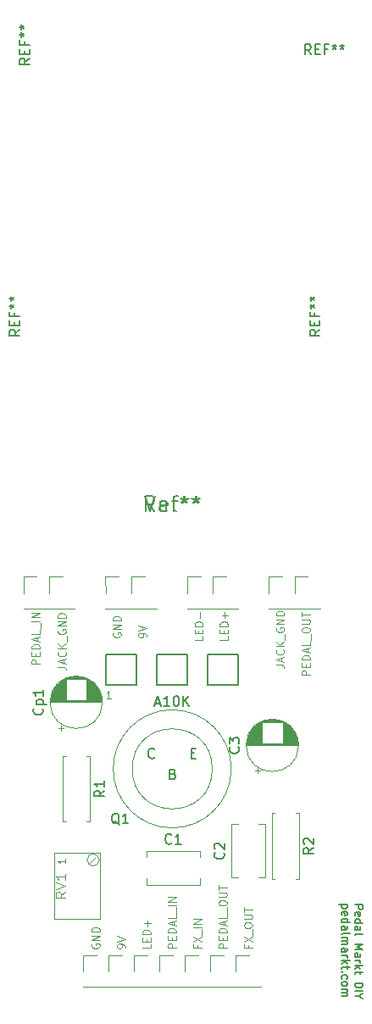
<source format=gbr>
G04 #@! TF.GenerationSoftware,KiCad,Pcbnew,(5.1.5-0-10_14)*
G04 #@! TF.CreationDate,2021-09-14T17:31:05+02:00*
G04 #@! TF.ProjectId,npnium,6e706e69-756d-42e6-9b69-6361645f7063,rev?*
G04 #@! TF.SameCoordinates,Original*
G04 #@! TF.FileFunction,Legend,Top*
G04 #@! TF.FilePolarity,Positive*
%FSLAX46Y46*%
G04 Gerber Fmt 4.6, Leading zero omitted, Abs format (unit mm)*
G04 Created by KiCad (PCBNEW (5.1.5-0-10_14)) date 2021-09-14 17:31:05*
%MOMM*%
%LPD*%
G04 APERTURE LIST*
%ADD10C,0.130000*%
%ADD11C,0.120000*%
%ADD12C,0.127000*%
%ADD13C,0.100000*%
%ADD14C,0.150000*%
%ADD15C,0.097536*%
%ADD16C,0.065024*%
G04 APERTURE END LIST*
D10*
X117471428Y-101874976D02*
X116671428Y-101874976D01*
X117433333Y-101874976D02*
X117471428Y-101951166D01*
X117471428Y-102103547D01*
X117433333Y-102179738D01*
X117395238Y-102217833D01*
X117319047Y-102255928D01*
X117090476Y-102255928D01*
X117014285Y-102217833D01*
X116976190Y-102179738D01*
X116938095Y-102103547D01*
X116938095Y-101951166D01*
X116976190Y-101874976D01*
X116976190Y-102903547D02*
X116938095Y-102827357D01*
X116938095Y-102674976D01*
X116976190Y-102598785D01*
X117052380Y-102560690D01*
X117357142Y-102560690D01*
X117433333Y-102598785D01*
X117471428Y-102674976D01*
X117471428Y-102827357D01*
X117433333Y-102903547D01*
X117357142Y-102941642D01*
X117280952Y-102941642D01*
X117204761Y-102560690D01*
X116938095Y-103627357D02*
X117738095Y-103627357D01*
X116976190Y-103627357D02*
X116938095Y-103551166D01*
X116938095Y-103398785D01*
X116976190Y-103322595D01*
X117014285Y-103284500D01*
X117090476Y-103246404D01*
X117319047Y-103246404D01*
X117395238Y-103284500D01*
X117433333Y-103322595D01*
X117471428Y-103398785D01*
X117471428Y-103551166D01*
X117433333Y-103627357D01*
X116938095Y-104351166D02*
X117357142Y-104351166D01*
X117433333Y-104313071D01*
X117471428Y-104236880D01*
X117471428Y-104084500D01*
X117433333Y-104008309D01*
X116976190Y-104351166D02*
X116938095Y-104274976D01*
X116938095Y-104084500D01*
X116976190Y-104008309D01*
X117052380Y-103970214D01*
X117128571Y-103970214D01*
X117204761Y-104008309D01*
X117242857Y-104084500D01*
X117242857Y-104274976D01*
X117280952Y-104351166D01*
X116938095Y-104846404D02*
X116976190Y-104770214D01*
X117052380Y-104732119D01*
X117738095Y-104732119D01*
X116938095Y-105151166D02*
X117471428Y-105151166D01*
X117395238Y-105151166D02*
X117433333Y-105189261D01*
X117471428Y-105265452D01*
X117471428Y-105379738D01*
X117433333Y-105455928D01*
X117357142Y-105494023D01*
X116938095Y-105494023D01*
X117357142Y-105494023D02*
X117433333Y-105532119D01*
X117471428Y-105608309D01*
X117471428Y-105722595D01*
X117433333Y-105798785D01*
X117357142Y-105836880D01*
X116938095Y-105836880D01*
X116938095Y-106560690D02*
X117357142Y-106560690D01*
X117433333Y-106522595D01*
X117471428Y-106446404D01*
X117471428Y-106294023D01*
X117433333Y-106217833D01*
X116976190Y-106560690D02*
X116938095Y-106484500D01*
X116938095Y-106294023D01*
X116976190Y-106217833D01*
X117052380Y-106179738D01*
X117128571Y-106179738D01*
X117204761Y-106217833D01*
X117242857Y-106294023D01*
X117242857Y-106484500D01*
X117280952Y-106560690D01*
X116938095Y-106941642D02*
X117471428Y-106941642D01*
X117319047Y-106941642D02*
X117395238Y-106979738D01*
X117433333Y-107017833D01*
X117471428Y-107094023D01*
X117471428Y-107170214D01*
X116938095Y-107436880D02*
X117738095Y-107436880D01*
X117242857Y-107513071D02*
X116938095Y-107741642D01*
X117471428Y-107741642D02*
X117166666Y-107436880D01*
X117471428Y-107970214D02*
X117471428Y-108274976D01*
X117738095Y-108084500D02*
X117052380Y-108084500D01*
X116976190Y-108122595D01*
X116938095Y-108198785D01*
X116938095Y-108274976D01*
X117014285Y-108541642D02*
X116976190Y-108579738D01*
X116938095Y-108541642D01*
X116976190Y-108503547D01*
X117014285Y-108541642D01*
X116938095Y-108541642D01*
X116976190Y-109265452D02*
X116938095Y-109189261D01*
X116938095Y-109036880D01*
X116976190Y-108960690D01*
X117014285Y-108922595D01*
X117090476Y-108884500D01*
X117319047Y-108884500D01*
X117395238Y-108922595D01*
X117433333Y-108960690D01*
X117471428Y-109036880D01*
X117471428Y-109189261D01*
X117433333Y-109265452D01*
X116938095Y-109722595D02*
X116976190Y-109646404D01*
X117014285Y-109608309D01*
X117090476Y-109570214D01*
X117319047Y-109570214D01*
X117395238Y-109608309D01*
X117433333Y-109646404D01*
X117471428Y-109722595D01*
X117471428Y-109836880D01*
X117433333Y-109913071D01*
X117395238Y-109951166D01*
X117319047Y-109989261D01*
X117090476Y-109989261D01*
X117014285Y-109951166D01*
X116976190Y-109913071D01*
X116938095Y-109836880D01*
X116938095Y-109722595D01*
X116938095Y-110332119D02*
X117471428Y-110332119D01*
X117395238Y-110332119D02*
X117433333Y-110370214D01*
X117471428Y-110446404D01*
X117471428Y-110560690D01*
X117433333Y-110636880D01*
X117357142Y-110674976D01*
X116938095Y-110674976D01*
X117357142Y-110674976D02*
X117433333Y-110713071D01*
X117471428Y-110789261D01*
X117471428Y-110903547D01*
X117433333Y-110979738D01*
X117357142Y-111017833D01*
X116938095Y-111017833D01*
X118238095Y-101874976D02*
X119038095Y-101874976D01*
X119038095Y-102179738D01*
X119000000Y-102255928D01*
X118961904Y-102294023D01*
X118885714Y-102332119D01*
X118771428Y-102332119D01*
X118695238Y-102294023D01*
X118657142Y-102255928D01*
X118619047Y-102179738D01*
X118619047Y-101874976D01*
X118276190Y-102979738D02*
X118238095Y-102903547D01*
X118238095Y-102751166D01*
X118276190Y-102674976D01*
X118352380Y-102636880D01*
X118657142Y-102636880D01*
X118733333Y-102674976D01*
X118771428Y-102751166D01*
X118771428Y-102903547D01*
X118733333Y-102979738D01*
X118657142Y-103017833D01*
X118580952Y-103017833D01*
X118504761Y-102636880D01*
X118238095Y-103703547D02*
X119038095Y-103703547D01*
X118276190Y-103703547D02*
X118238095Y-103627357D01*
X118238095Y-103474976D01*
X118276190Y-103398785D01*
X118314285Y-103360690D01*
X118390476Y-103322595D01*
X118619047Y-103322595D01*
X118695238Y-103360690D01*
X118733333Y-103398785D01*
X118771428Y-103474976D01*
X118771428Y-103627357D01*
X118733333Y-103703547D01*
X118238095Y-104427357D02*
X118657142Y-104427357D01*
X118733333Y-104389261D01*
X118771428Y-104313071D01*
X118771428Y-104160690D01*
X118733333Y-104084500D01*
X118276190Y-104427357D02*
X118238095Y-104351166D01*
X118238095Y-104160690D01*
X118276190Y-104084500D01*
X118352380Y-104046404D01*
X118428571Y-104046404D01*
X118504761Y-104084500D01*
X118542857Y-104160690D01*
X118542857Y-104351166D01*
X118580952Y-104427357D01*
X118238095Y-104922595D02*
X118276190Y-104846404D01*
X118352380Y-104808309D01*
X119038095Y-104808309D01*
X118238095Y-105836880D02*
X119038095Y-105836880D01*
X118466666Y-106103547D01*
X119038095Y-106370214D01*
X118238095Y-106370214D01*
X118238095Y-107094023D02*
X118657142Y-107094023D01*
X118733333Y-107055928D01*
X118771428Y-106979738D01*
X118771428Y-106827357D01*
X118733333Y-106751166D01*
X118276190Y-107094023D02*
X118238095Y-107017833D01*
X118238095Y-106827357D01*
X118276190Y-106751166D01*
X118352380Y-106713071D01*
X118428571Y-106713071D01*
X118504761Y-106751166D01*
X118542857Y-106827357D01*
X118542857Y-107017833D01*
X118580952Y-107094023D01*
X118238095Y-107474976D02*
X118771428Y-107474976D01*
X118619047Y-107474976D02*
X118695238Y-107513071D01*
X118733333Y-107551166D01*
X118771428Y-107627357D01*
X118771428Y-107703547D01*
X118238095Y-107970214D02*
X119038095Y-107970214D01*
X118542857Y-108046404D02*
X118238095Y-108274976D01*
X118771428Y-108274976D02*
X118466666Y-107970214D01*
X118771428Y-108503547D02*
X118771428Y-108808309D01*
X119038095Y-108617833D02*
X118352380Y-108617833D01*
X118276190Y-108655928D01*
X118238095Y-108732119D01*
X118238095Y-108808309D01*
X118238095Y-109684500D02*
X119038095Y-109684500D01*
X119038095Y-109874976D01*
X119000000Y-109989261D01*
X118923809Y-110065452D01*
X118847619Y-110103547D01*
X118695238Y-110141642D01*
X118580952Y-110141642D01*
X118428571Y-110103547D01*
X118352380Y-110065452D01*
X118276190Y-109989261D01*
X118238095Y-109874976D01*
X118238095Y-109684500D01*
X118238095Y-110484500D02*
X119038095Y-110484500D01*
X118619047Y-111017833D02*
X118238095Y-111017833D01*
X119038095Y-110751166D02*
X118619047Y-111017833D01*
X119038095Y-111284500D01*
D11*
X95900000Y-69110000D02*
X97230000Y-69110000D01*
X95903500Y-70763500D02*
X95900000Y-69110000D01*
X95890000Y-72276500D02*
X98430000Y-72280000D01*
X93330000Y-69110000D02*
X94660000Y-69110000D01*
X93333500Y-70763500D02*
X93330000Y-69110000D01*
X93320000Y-72276500D02*
X95860000Y-72280000D01*
D12*
X93396000Y-76876000D02*
X93396000Y-79924000D01*
X96444000Y-76876000D02*
X93396000Y-76876000D01*
X96444000Y-79924000D02*
X96444000Y-76876000D01*
X98476000Y-76876000D02*
X98476000Y-79924000D01*
X101524000Y-76876000D02*
X98476000Y-76876000D01*
X101524000Y-79924000D02*
X101524000Y-76876000D01*
X103556000Y-76876000D02*
X103556000Y-79924000D01*
X106604000Y-76876000D02*
X103556000Y-76876000D01*
X106604000Y-79924000D02*
X106604000Y-76876000D01*
X96444000Y-79924000D02*
X93396000Y-79924000D01*
X101524000Y-79924000D02*
X98476000Y-79924000D01*
X106604000Y-79924000D02*
X103556000Y-79924000D01*
D13*
X88200000Y-103320000D02*
X92800000Y-103320000D01*
X92800000Y-96680000D02*
X92800000Y-103320000D01*
X88200000Y-96680000D02*
X92800000Y-96680000D01*
X88200000Y-103320000D02*
X88200000Y-96680000D01*
X92700000Y-97400000D02*
G75*
G03X92700000Y-97400000I-600000J0D01*
G01*
X91800000Y-97700000D02*
X92400000Y-97100000D01*
D11*
X109930000Y-99280000D02*
X110260000Y-99280000D01*
X109930000Y-92740000D02*
X109930000Y-99280000D01*
X110260000Y-92740000D02*
X109930000Y-92740000D01*
X112670000Y-99280000D02*
X112340000Y-99280000D01*
X112670000Y-92740000D02*
X112670000Y-99280000D01*
X112340000Y-92740000D02*
X112670000Y-92740000D01*
X89030000Y-93580000D02*
X89360000Y-93580000D01*
X89030000Y-87040000D02*
X89030000Y-93580000D01*
X89360000Y-87040000D02*
X89030000Y-87040000D01*
X91770000Y-93580000D02*
X91440000Y-93580000D01*
X91770000Y-87040000D02*
X91770000Y-93580000D01*
X91440000Y-87040000D02*
X91770000Y-87040000D01*
X105900000Y-88300000D02*
G75*
G03X105900000Y-88300000I-5900000J0D01*
G01*
X104000000Y-88300000D02*
G75*
G03X104000000Y-88300000I-4000000J0D01*
G01*
X106350000Y-106910000D02*
X107680000Y-106910000D01*
X106340000Y-110076500D02*
X108880000Y-110080000D01*
X106353500Y-108563500D02*
X106350000Y-106910000D01*
X103800000Y-110076500D02*
X106340000Y-110080000D01*
X103813500Y-108563500D02*
X103810000Y-106910000D01*
X103810000Y-106910000D02*
X105140000Y-106910000D01*
X101273500Y-108563500D02*
X101270000Y-106910000D01*
X101270000Y-106910000D02*
X102600000Y-106910000D01*
X101260000Y-110076500D02*
X103800000Y-110080000D01*
X91110000Y-106910000D02*
X92440000Y-106910000D01*
X91113500Y-108563500D02*
X91110000Y-106910000D01*
X91100000Y-110076500D02*
X93640000Y-110080000D01*
X93650000Y-106910000D02*
X94980000Y-106910000D01*
X93653500Y-108563500D02*
X93650000Y-106910000D01*
X93640000Y-110076500D02*
X96180000Y-110080000D01*
X96190000Y-106910000D02*
X97520000Y-106910000D01*
X96193500Y-108563500D02*
X96190000Y-106910000D01*
X96180000Y-110076500D02*
X98720000Y-110080000D01*
X98730000Y-106910000D02*
X100060000Y-106910000D01*
X98733500Y-108563500D02*
X98730000Y-106910000D01*
X98720000Y-110076500D02*
X101260000Y-110080000D01*
X104030000Y-69110000D02*
X105360000Y-69110000D01*
X104033500Y-70763500D02*
X104030000Y-69110000D01*
X104020000Y-72276500D02*
X106560000Y-72280000D01*
X112230000Y-69110000D02*
X113560000Y-69110000D01*
X112233500Y-70763500D02*
X112230000Y-69110000D01*
X112220000Y-72276500D02*
X114760000Y-72280000D01*
X85130000Y-69110000D02*
X86460000Y-69110000D01*
X85133500Y-70763500D02*
X85130000Y-69110000D01*
X85120000Y-72276500D02*
X87660000Y-72280000D01*
X101530000Y-69110000D02*
X102860000Y-69110000D01*
X101533500Y-70763500D02*
X101530000Y-69110000D01*
X101520000Y-72276500D02*
X104060000Y-72280000D01*
X109630000Y-69110000D02*
X110960000Y-69110000D01*
X109633500Y-70763500D02*
X109630000Y-69110000D01*
X109620000Y-72276500D02*
X112160000Y-72280000D01*
X87730000Y-69110000D02*
X89060000Y-69110000D01*
X87733500Y-70763500D02*
X87730000Y-69110000D01*
X87720000Y-72276500D02*
X90260000Y-72280000D01*
X88675000Y-84204775D02*
X89175000Y-84204775D01*
X88925000Y-84454775D02*
X88925000Y-83954775D01*
X90116000Y-79049000D02*
X90684000Y-79049000D01*
X89882000Y-79089000D02*
X90918000Y-79089000D01*
X89723000Y-79129000D02*
X91077000Y-79129000D01*
X89595000Y-79169000D02*
X91205000Y-79169000D01*
X89485000Y-79209000D02*
X91315000Y-79209000D01*
X89389000Y-79249000D02*
X91411000Y-79249000D01*
X89302000Y-79289000D02*
X91498000Y-79289000D01*
X89222000Y-79329000D02*
X91578000Y-79329000D01*
X91440000Y-79369000D02*
X91651000Y-79369000D01*
X89149000Y-79369000D02*
X89360000Y-79369000D01*
X91440000Y-79409000D02*
X91719000Y-79409000D01*
X89081000Y-79409000D02*
X89360000Y-79409000D01*
X91440000Y-79449000D02*
X91783000Y-79449000D01*
X89017000Y-79449000D02*
X89360000Y-79449000D01*
X91440000Y-79489000D02*
X91843000Y-79489000D01*
X88957000Y-79489000D02*
X89360000Y-79489000D01*
X91440000Y-79529000D02*
X91900000Y-79529000D01*
X88900000Y-79529000D02*
X89360000Y-79529000D01*
X91440000Y-79569000D02*
X91954000Y-79569000D01*
X88846000Y-79569000D02*
X89360000Y-79569000D01*
X91440000Y-79609000D02*
X92005000Y-79609000D01*
X88795000Y-79609000D02*
X89360000Y-79609000D01*
X91440000Y-79649000D02*
X92053000Y-79649000D01*
X88747000Y-79649000D02*
X89360000Y-79649000D01*
X91440000Y-79689000D02*
X92099000Y-79689000D01*
X88701000Y-79689000D02*
X89360000Y-79689000D01*
X91440000Y-79729000D02*
X92143000Y-79729000D01*
X88657000Y-79729000D02*
X89360000Y-79729000D01*
X91440000Y-79769000D02*
X92185000Y-79769000D01*
X88615000Y-79769000D02*
X89360000Y-79769000D01*
X91440000Y-79809000D02*
X92226000Y-79809000D01*
X88574000Y-79809000D02*
X89360000Y-79809000D01*
X91440000Y-79849000D02*
X92264000Y-79849000D01*
X88536000Y-79849000D02*
X89360000Y-79849000D01*
X91440000Y-79889000D02*
X92301000Y-79889000D01*
X88499000Y-79889000D02*
X89360000Y-79889000D01*
X91440000Y-79929000D02*
X92337000Y-79929000D01*
X88463000Y-79929000D02*
X89360000Y-79929000D01*
X91440000Y-79969000D02*
X92371000Y-79969000D01*
X88429000Y-79969000D02*
X89360000Y-79969000D01*
X91440000Y-80009000D02*
X92404000Y-80009000D01*
X88396000Y-80009000D02*
X89360000Y-80009000D01*
X91440000Y-80049000D02*
X92435000Y-80049000D01*
X88365000Y-80049000D02*
X89360000Y-80049000D01*
X91440000Y-80089000D02*
X92465000Y-80089000D01*
X88335000Y-80089000D02*
X89360000Y-80089000D01*
X91440000Y-80129000D02*
X92495000Y-80129000D01*
X88305000Y-80129000D02*
X89360000Y-80129000D01*
X91440000Y-80169000D02*
X92522000Y-80169000D01*
X88278000Y-80169000D02*
X89360000Y-80169000D01*
X91440000Y-80209000D02*
X92549000Y-80209000D01*
X88251000Y-80209000D02*
X89360000Y-80209000D01*
X91440000Y-80249000D02*
X92575000Y-80249000D01*
X88225000Y-80249000D02*
X89360000Y-80249000D01*
X91440000Y-80289000D02*
X92600000Y-80289000D01*
X88200000Y-80289000D02*
X89360000Y-80289000D01*
X91440000Y-80329000D02*
X92624000Y-80329000D01*
X88176000Y-80329000D02*
X89360000Y-80329000D01*
X91440000Y-80369000D02*
X92647000Y-80369000D01*
X88153000Y-80369000D02*
X89360000Y-80369000D01*
X91440000Y-80409000D02*
X92668000Y-80409000D01*
X88132000Y-80409000D02*
X89360000Y-80409000D01*
X91440000Y-80449000D02*
X92690000Y-80449000D01*
X88110000Y-80449000D02*
X89360000Y-80449000D01*
X91440000Y-80489000D02*
X92710000Y-80489000D01*
X88090000Y-80489000D02*
X89360000Y-80489000D01*
X91440000Y-80529000D02*
X92729000Y-80529000D01*
X88071000Y-80529000D02*
X89360000Y-80529000D01*
X91440000Y-80569000D02*
X92748000Y-80569000D01*
X88052000Y-80569000D02*
X89360000Y-80569000D01*
X91440000Y-80609000D02*
X92765000Y-80609000D01*
X88035000Y-80609000D02*
X89360000Y-80609000D01*
X91440000Y-80649000D02*
X92782000Y-80649000D01*
X88018000Y-80649000D02*
X89360000Y-80649000D01*
X91440000Y-80689000D02*
X92798000Y-80689000D01*
X88002000Y-80689000D02*
X89360000Y-80689000D01*
X91440000Y-80729000D02*
X92814000Y-80729000D01*
X87986000Y-80729000D02*
X89360000Y-80729000D01*
X91440000Y-80769000D02*
X92828000Y-80769000D01*
X87972000Y-80769000D02*
X89360000Y-80769000D01*
X91440000Y-80809000D02*
X92842000Y-80809000D01*
X87958000Y-80809000D02*
X89360000Y-80809000D01*
X91440000Y-80849000D02*
X92855000Y-80849000D01*
X87945000Y-80849000D02*
X89360000Y-80849000D01*
X91440000Y-80889000D02*
X92868000Y-80889000D01*
X87932000Y-80889000D02*
X89360000Y-80889000D01*
X91440000Y-80929000D02*
X92880000Y-80929000D01*
X87920000Y-80929000D02*
X89360000Y-80929000D01*
X91440000Y-80970000D02*
X92891000Y-80970000D01*
X87909000Y-80970000D02*
X89360000Y-80970000D01*
X91440000Y-81010000D02*
X92901000Y-81010000D01*
X87899000Y-81010000D02*
X89360000Y-81010000D01*
X91440000Y-81050000D02*
X92911000Y-81050000D01*
X87889000Y-81050000D02*
X89360000Y-81050000D01*
X91440000Y-81090000D02*
X92920000Y-81090000D01*
X87880000Y-81090000D02*
X89360000Y-81090000D01*
X91440000Y-81130000D02*
X92928000Y-81130000D01*
X87872000Y-81130000D02*
X89360000Y-81130000D01*
X91440000Y-81170000D02*
X92936000Y-81170000D01*
X87864000Y-81170000D02*
X89360000Y-81170000D01*
X91440000Y-81210000D02*
X92943000Y-81210000D01*
X87857000Y-81210000D02*
X89360000Y-81210000D01*
X91440000Y-81250000D02*
X92950000Y-81250000D01*
X87850000Y-81250000D02*
X89360000Y-81250000D01*
X91440000Y-81290000D02*
X92956000Y-81290000D01*
X87844000Y-81290000D02*
X89360000Y-81290000D01*
X91440000Y-81330000D02*
X92961000Y-81330000D01*
X87839000Y-81330000D02*
X89360000Y-81330000D01*
X91440000Y-81370000D02*
X92965000Y-81370000D01*
X87835000Y-81370000D02*
X89360000Y-81370000D01*
X91440000Y-81410000D02*
X92969000Y-81410000D01*
X87831000Y-81410000D02*
X89360000Y-81410000D01*
X87827000Y-81450000D02*
X92973000Y-81450000D01*
X87824000Y-81490000D02*
X92976000Y-81490000D01*
X87822000Y-81530000D02*
X92978000Y-81530000D01*
X87821000Y-81570000D02*
X92979000Y-81570000D01*
X87820000Y-81610000D02*
X92980000Y-81610000D01*
X87820000Y-81650000D02*
X92980000Y-81650000D01*
X93020000Y-81650000D02*
G75*
G03X93020000Y-81650000I-2620000J0D01*
G01*
X108275000Y-88504775D02*
X108775000Y-88504775D01*
X108525000Y-88754775D02*
X108525000Y-88254775D01*
X109716000Y-83349000D02*
X110284000Y-83349000D01*
X109482000Y-83389000D02*
X110518000Y-83389000D01*
X109323000Y-83429000D02*
X110677000Y-83429000D01*
X109195000Y-83469000D02*
X110805000Y-83469000D01*
X109085000Y-83509000D02*
X110915000Y-83509000D01*
X108989000Y-83549000D02*
X111011000Y-83549000D01*
X108902000Y-83589000D02*
X111098000Y-83589000D01*
X108822000Y-83629000D02*
X111178000Y-83629000D01*
X111040000Y-83669000D02*
X111251000Y-83669000D01*
X108749000Y-83669000D02*
X108960000Y-83669000D01*
X111040000Y-83709000D02*
X111319000Y-83709000D01*
X108681000Y-83709000D02*
X108960000Y-83709000D01*
X111040000Y-83749000D02*
X111383000Y-83749000D01*
X108617000Y-83749000D02*
X108960000Y-83749000D01*
X111040000Y-83789000D02*
X111443000Y-83789000D01*
X108557000Y-83789000D02*
X108960000Y-83789000D01*
X111040000Y-83829000D02*
X111500000Y-83829000D01*
X108500000Y-83829000D02*
X108960000Y-83829000D01*
X111040000Y-83869000D02*
X111554000Y-83869000D01*
X108446000Y-83869000D02*
X108960000Y-83869000D01*
X111040000Y-83909000D02*
X111605000Y-83909000D01*
X108395000Y-83909000D02*
X108960000Y-83909000D01*
X111040000Y-83949000D02*
X111653000Y-83949000D01*
X108347000Y-83949000D02*
X108960000Y-83949000D01*
X111040000Y-83989000D02*
X111699000Y-83989000D01*
X108301000Y-83989000D02*
X108960000Y-83989000D01*
X111040000Y-84029000D02*
X111743000Y-84029000D01*
X108257000Y-84029000D02*
X108960000Y-84029000D01*
X111040000Y-84069000D02*
X111785000Y-84069000D01*
X108215000Y-84069000D02*
X108960000Y-84069000D01*
X111040000Y-84109000D02*
X111826000Y-84109000D01*
X108174000Y-84109000D02*
X108960000Y-84109000D01*
X111040000Y-84149000D02*
X111864000Y-84149000D01*
X108136000Y-84149000D02*
X108960000Y-84149000D01*
X111040000Y-84189000D02*
X111901000Y-84189000D01*
X108099000Y-84189000D02*
X108960000Y-84189000D01*
X111040000Y-84229000D02*
X111937000Y-84229000D01*
X108063000Y-84229000D02*
X108960000Y-84229000D01*
X111040000Y-84269000D02*
X111971000Y-84269000D01*
X108029000Y-84269000D02*
X108960000Y-84269000D01*
X111040000Y-84309000D02*
X112004000Y-84309000D01*
X107996000Y-84309000D02*
X108960000Y-84309000D01*
X111040000Y-84349000D02*
X112035000Y-84349000D01*
X107965000Y-84349000D02*
X108960000Y-84349000D01*
X111040000Y-84389000D02*
X112065000Y-84389000D01*
X107935000Y-84389000D02*
X108960000Y-84389000D01*
X111040000Y-84429000D02*
X112095000Y-84429000D01*
X107905000Y-84429000D02*
X108960000Y-84429000D01*
X111040000Y-84469000D02*
X112122000Y-84469000D01*
X107878000Y-84469000D02*
X108960000Y-84469000D01*
X111040000Y-84509000D02*
X112149000Y-84509000D01*
X107851000Y-84509000D02*
X108960000Y-84509000D01*
X111040000Y-84549000D02*
X112175000Y-84549000D01*
X107825000Y-84549000D02*
X108960000Y-84549000D01*
X111040000Y-84589000D02*
X112200000Y-84589000D01*
X107800000Y-84589000D02*
X108960000Y-84589000D01*
X111040000Y-84629000D02*
X112224000Y-84629000D01*
X107776000Y-84629000D02*
X108960000Y-84629000D01*
X111040000Y-84669000D02*
X112247000Y-84669000D01*
X107753000Y-84669000D02*
X108960000Y-84669000D01*
X111040000Y-84709000D02*
X112268000Y-84709000D01*
X107732000Y-84709000D02*
X108960000Y-84709000D01*
X111040000Y-84749000D02*
X112290000Y-84749000D01*
X107710000Y-84749000D02*
X108960000Y-84749000D01*
X111040000Y-84789000D02*
X112310000Y-84789000D01*
X107690000Y-84789000D02*
X108960000Y-84789000D01*
X111040000Y-84829000D02*
X112329000Y-84829000D01*
X107671000Y-84829000D02*
X108960000Y-84829000D01*
X111040000Y-84869000D02*
X112348000Y-84869000D01*
X107652000Y-84869000D02*
X108960000Y-84869000D01*
X111040000Y-84909000D02*
X112365000Y-84909000D01*
X107635000Y-84909000D02*
X108960000Y-84909000D01*
X111040000Y-84949000D02*
X112382000Y-84949000D01*
X107618000Y-84949000D02*
X108960000Y-84949000D01*
X111040000Y-84989000D02*
X112398000Y-84989000D01*
X107602000Y-84989000D02*
X108960000Y-84989000D01*
X111040000Y-85029000D02*
X112414000Y-85029000D01*
X107586000Y-85029000D02*
X108960000Y-85029000D01*
X111040000Y-85069000D02*
X112428000Y-85069000D01*
X107572000Y-85069000D02*
X108960000Y-85069000D01*
X111040000Y-85109000D02*
X112442000Y-85109000D01*
X107558000Y-85109000D02*
X108960000Y-85109000D01*
X111040000Y-85149000D02*
X112455000Y-85149000D01*
X107545000Y-85149000D02*
X108960000Y-85149000D01*
X111040000Y-85189000D02*
X112468000Y-85189000D01*
X107532000Y-85189000D02*
X108960000Y-85189000D01*
X111040000Y-85229000D02*
X112480000Y-85229000D01*
X107520000Y-85229000D02*
X108960000Y-85229000D01*
X111040000Y-85270000D02*
X112491000Y-85270000D01*
X107509000Y-85270000D02*
X108960000Y-85270000D01*
X111040000Y-85310000D02*
X112501000Y-85310000D01*
X107499000Y-85310000D02*
X108960000Y-85310000D01*
X111040000Y-85350000D02*
X112511000Y-85350000D01*
X107489000Y-85350000D02*
X108960000Y-85350000D01*
X111040000Y-85390000D02*
X112520000Y-85390000D01*
X107480000Y-85390000D02*
X108960000Y-85390000D01*
X111040000Y-85430000D02*
X112528000Y-85430000D01*
X107472000Y-85430000D02*
X108960000Y-85430000D01*
X111040000Y-85470000D02*
X112536000Y-85470000D01*
X107464000Y-85470000D02*
X108960000Y-85470000D01*
X111040000Y-85510000D02*
X112543000Y-85510000D01*
X107457000Y-85510000D02*
X108960000Y-85510000D01*
X111040000Y-85550000D02*
X112550000Y-85550000D01*
X107450000Y-85550000D02*
X108960000Y-85550000D01*
X111040000Y-85590000D02*
X112556000Y-85590000D01*
X107444000Y-85590000D02*
X108960000Y-85590000D01*
X111040000Y-85630000D02*
X112561000Y-85630000D01*
X107439000Y-85630000D02*
X108960000Y-85630000D01*
X111040000Y-85670000D02*
X112565000Y-85670000D01*
X107435000Y-85670000D02*
X108960000Y-85670000D01*
X111040000Y-85710000D02*
X112569000Y-85710000D01*
X107431000Y-85710000D02*
X108960000Y-85710000D01*
X107427000Y-85750000D02*
X112573000Y-85750000D01*
X107424000Y-85790000D02*
X112576000Y-85790000D01*
X107422000Y-85830000D02*
X112578000Y-85830000D01*
X107421000Y-85870000D02*
X112579000Y-85870000D01*
X107420000Y-85910000D02*
X112580000Y-85910000D01*
X107420000Y-85950000D02*
X112580000Y-85950000D01*
X112620000Y-85950000D02*
G75*
G03X112620000Y-85950000I-2620000J0D01*
G01*
X108655000Y-93830000D02*
X109321000Y-93830000D01*
X105879000Y-93830000D02*
X106545000Y-93830000D01*
X108655000Y-99170000D02*
X109321000Y-99170000D01*
X105879000Y-99170000D02*
X106545000Y-99170000D01*
X109321000Y-99170000D02*
X109321000Y-93830000D01*
X105879000Y-99170000D02*
X105879000Y-93830000D01*
X102770000Y-99255000D02*
X102770000Y-99921000D01*
X102770000Y-96479000D02*
X102770000Y-97145000D01*
X97430000Y-99255000D02*
X97430000Y-99921000D01*
X97430000Y-96479000D02*
X97430000Y-97145000D01*
X97430000Y-99921000D02*
X102770000Y-99921000D01*
X97430000Y-96479000D02*
X102770000Y-96479000D01*
X97431904Y-75093428D02*
X97431904Y-74941047D01*
X97393809Y-74864857D01*
X97355714Y-74826761D01*
X97241428Y-74750571D01*
X97089047Y-74712476D01*
X96784285Y-74712476D01*
X96708095Y-74750571D01*
X96670000Y-74788666D01*
X96631904Y-74864857D01*
X96631904Y-75017238D01*
X96670000Y-75093428D01*
X96708095Y-75131523D01*
X96784285Y-75169619D01*
X96974761Y-75169619D01*
X97050952Y-75131523D01*
X97089047Y-75093428D01*
X97127142Y-75017238D01*
X97127142Y-74864857D01*
X97089047Y-74788666D01*
X97050952Y-74750571D01*
X96974761Y-74712476D01*
X96631904Y-74483904D02*
X97431904Y-74217238D01*
X96631904Y-73950571D01*
X94100000Y-74712476D02*
X94061904Y-74788666D01*
X94061904Y-74902952D01*
X94100000Y-75017238D01*
X94176190Y-75093428D01*
X94252380Y-75131523D01*
X94404761Y-75169619D01*
X94519047Y-75169619D01*
X94671428Y-75131523D01*
X94747619Y-75093428D01*
X94823809Y-75017238D01*
X94861904Y-74902952D01*
X94861904Y-74826761D01*
X94823809Y-74712476D01*
X94785714Y-74674380D01*
X94519047Y-74674380D01*
X94519047Y-74826761D01*
X94861904Y-74331523D02*
X94061904Y-74331523D01*
X94861904Y-73874380D01*
X94061904Y-73874380D01*
X94861904Y-73493428D02*
X94061904Y-73493428D01*
X94061904Y-73302952D01*
X94100000Y-73188666D01*
X94176190Y-73112476D01*
X94252380Y-73074380D01*
X94404761Y-73036285D01*
X94519047Y-73036285D01*
X94671428Y-73074380D01*
X94747619Y-73112476D01*
X94823809Y-73188666D01*
X94861904Y-73302952D01*
X94861904Y-73493428D01*
D14*
X98309523Y-81741666D02*
X98785714Y-81741666D01*
X98214285Y-82027380D02*
X98547619Y-81027380D01*
X98880952Y-82027380D01*
X99738095Y-82027380D02*
X99166666Y-82027380D01*
X99452380Y-82027380D02*
X99452380Y-81027380D01*
X99357142Y-81170238D01*
X99261904Y-81265476D01*
X99166666Y-81313095D01*
X100357142Y-81027380D02*
X100452380Y-81027380D01*
X100547619Y-81075000D01*
X100595238Y-81122619D01*
X100642857Y-81217857D01*
X100690476Y-81408333D01*
X100690476Y-81646428D01*
X100642857Y-81836904D01*
X100595238Y-81932142D01*
X100547619Y-81979761D01*
X100452380Y-82027380D01*
X100357142Y-82027380D01*
X100261904Y-81979761D01*
X100214285Y-81932142D01*
X100166666Y-81836904D01*
X100119047Y-81646428D01*
X100119047Y-81408333D01*
X100166666Y-81217857D01*
X100214285Y-81122619D01*
X100261904Y-81075000D01*
X100357142Y-81027380D01*
X101119047Y-82027380D02*
X101119047Y-81027380D01*
X101690476Y-82027380D02*
X101261904Y-81455952D01*
X101690476Y-81027380D02*
X101119047Y-81598809D01*
D15*
X93870617Y-81289310D02*
X93429382Y-81289310D01*
X93650000Y-81289310D02*
X93650000Y-80517150D01*
X93576460Y-80627459D01*
X93502921Y-80700998D01*
X93429382Y-80737767D01*
D13*
X89352380Y-100595238D02*
X88876190Y-100928571D01*
X89352380Y-101166666D02*
X88352380Y-101166666D01*
X88352380Y-100785714D01*
X88400000Y-100690476D01*
X88447619Y-100642857D01*
X88542857Y-100595238D01*
X88685714Y-100595238D01*
X88780952Y-100642857D01*
X88828571Y-100690476D01*
X88876190Y-100785714D01*
X88876190Y-101166666D01*
X88352380Y-100309523D02*
X89352380Y-99976190D01*
X88352380Y-99642857D01*
X89352380Y-98785714D02*
X89352380Y-99357142D01*
X89352380Y-99071428D02*
X88352380Y-99071428D01*
X88495238Y-99166666D01*
X88590476Y-99261904D01*
X88638095Y-99357142D01*
D16*
X89349310Y-97279382D02*
X89349310Y-97720617D01*
X89349310Y-97500000D02*
X88577150Y-97500000D01*
X88687459Y-97573539D01*
X88760998Y-97647078D01*
X88797767Y-97720617D01*
D14*
X114122380Y-96176666D02*
X113646190Y-96510000D01*
X114122380Y-96748095D02*
X113122380Y-96748095D01*
X113122380Y-96367142D01*
X113170000Y-96271904D01*
X113217619Y-96224285D01*
X113312857Y-96176666D01*
X113455714Y-96176666D01*
X113550952Y-96224285D01*
X113598571Y-96271904D01*
X113646190Y-96367142D01*
X113646190Y-96748095D01*
X113217619Y-95795714D02*
X113170000Y-95748095D01*
X113122380Y-95652857D01*
X113122380Y-95414761D01*
X113170000Y-95319523D01*
X113217619Y-95271904D01*
X113312857Y-95224285D01*
X113408095Y-95224285D01*
X113550952Y-95271904D01*
X114122380Y-95843333D01*
X114122380Y-95224285D01*
X93222380Y-90476666D02*
X92746190Y-90810000D01*
X93222380Y-91048095D02*
X92222380Y-91048095D01*
X92222380Y-90667142D01*
X92270000Y-90571904D01*
X92317619Y-90524285D01*
X92412857Y-90476666D01*
X92555714Y-90476666D01*
X92650952Y-90524285D01*
X92698571Y-90571904D01*
X92746190Y-90667142D01*
X92746190Y-91048095D01*
X93222380Y-89524285D02*
X93222380Y-90095714D01*
X93222380Y-89810000D02*
X92222380Y-89810000D01*
X92365238Y-89905238D01*
X92460476Y-90000476D01*
X92508095Y-90095714D01*
X94704761Y-93847619D02*
X94609523Y-93800000D01*
X94514285Y-93704761D01*
X94371428Y-93561904D01*
X94276190Y-93514285D01*
X94180952Y-93514285D01*
X94228571Y-93752380D02*
X94133333Y-93704761D01*
X94038095Y-93609523D01*
X93990476Y-93419047D01*
X93990476Y-93085714D01*
X94038095Y-92895238D01*
X94133333Y-92800000D01*
X94228571Y-92752380D01*
X94419047Y-92752380D01*
X94514285Y-92800000D01*
X94609523Y-92895238D01*
X94657142Y-93085714D01*
X94657142Y-93419047D01*
X94609523Y-93609523D01*
X94514285Y-93704761D01*
X94419047Y-93752380D01*
X94228571Y-93752380D01*
X95609523Y-93752380D02*
X95038095Y-93752380D01*
X95323809Y-93752380D02*
X95323809Y-92752380D01*
X95228571Y-92895238D01*
X95133333Y-92990476D01*
X95038095Y-93038095D01*
X101885714Y-86728571D02*
X102219047Y-86728571D01*
X102361904Y-87252380D02*
X101885714Y-87252380D01*
X101885714Y-86252380D01*
X102361904Y-86252380D01*
X100071428Y-88828571D02*
X100214285Y-88876190D01*
X100261904Y-88923809D01*
X100309523Y-89019047D01*
X100309523Y-89161904D01*
X100261904Y-89257142D01*
X100214285Y-89304761D01*
X100119047Y-89352380D01*
X99738095Y-89352380D01*
X99738095Y-88352380D01*
X100071428Y-88352380D01*
X100166666Y-88400000D01*
X100214285Y-88447619D01*
X100261904Y-88542857D01*
X100261904Y-88638095D01*
X100214285Y-88733333D01*
X100166666Y-88780952D01*
X100071428Y-88828571D01*
X99738095Y-88828571D01*
X98209523Y-87157142D02*
X98161904Y-87204761D01*
X98019047Y-87252380D01*
X97923809Y-87252380D01*
X97780952Y-87204761D01*
X97685714Y-87109523D01*
X97638095Y-87014285D01*
X97590476Y-86823809D01*
X97590476Y-86680952D01*
X97638095Y-86490476D01*
X97685714Y-86395238D01*
X97780952Y-86300000D01*
X97923809Y-86252380D01*
X98019047Y-86252380D01*
X98161904Y-86300000D01*
X98209523Y-86347619D01*
D11*
X107562857Y-105932857D02*
X107562857Y-106199523D01*
X107981904Y-106199523D02*
X107181904Y-106199523D01*
X107181904Y-105818571D01*
X107181904Y-105590000D02*
X107981904Y-105056666D01*
X107181904Y-105056666D02*
X107981904Y-105590000D01*
X108058095Y-104942380D02*
X108058095Y-104332857D01*
X107181904Y-103990000D02*
X107181904Y-103837619D01*
X107220000Y-103761428D01*
X107296190Y-103685238D01*
X107448571Y-103647142D01*
X107715238Y-103647142D01*
X107867619Y-103685238D01*
X107943809Y-103761428D01*
X107981904Y-103837619D01*
X107981904Y-103990000D01*
X107943809Y-104066190D01*
X107867619Y-104142380D01*
X107715238Y-104180476D01*
X107448571Y-104180476D01*
X107296190Y-104142380D01*
X107220000Y-104066190D01*
X107181904Y-103990000D01*
X107181904Y-103304285D02*
X107829523Y-103304285D01*
X107905714Y-103266190D01*
X107943809Y-103228095D01*
X107981904Y-103151904D01*
X107981904Y-102999523D01*
X107943809Y-102923333D01*
X107905714Y-102885238D01*
X107829523Y-102847142D01*
X107181904Y-102847142D01*
X107181904Y-102580476D02*
X107181904Y-102123333D01*
X107981904Y-102351904D02*
X107181904Y-102351904D01*
X105441904Y-106199523D02*
X104641904Y-106199523D01*
X104641904Y-105894761D01*
X104680000Y-105818571D01*
X104718095Y-105780476D01*
X104794285Y-105742380D01*
X104908571Y-105742380D01*
X104984761Y-105780476D01*
X105022857Y-105818571D01*
X105060952Y-105894761D01*
X105060952Y-106199523D01*
X105022857Y-105399523D02*
X105022857Y-105132857D01*
X105441904Y-105018571D02*
X105441904Y-105399523D01*
X104641904Y-105399523D01*
X104641904Y-105018571D01*
X105441904Y-104675714D02*
X104641904Y-104675714D01*
X104641904Y-104485238D01*
X104680000Y-104370952D01*
X104756190Y-104294761D01*
X104832380Y-104256666D01*
X104984761Y-104218571D01*
X105099047Y-104218571D01*
X105251428Y-104256666D01*
X105327619Y-104294761D01*
X105403809Y-104370952D01*
X105441904Y-104485238D01*
X105441904Y-104675714D01*
X105213333Y-103913809D02*
X105213333Y-103532857D01*
X105441904Y-103990000D02*
X104641904Y-103723333D01*
X105441904Y-103456666D01*
X105441904Y-102809047D02*
X105441904Y-103190000D01*
X104641904Y-103190000D01*
X105518095Y-102732857D02*
X105518095Y-102123333D01*
X104641904Y-101780476D02*
X104641904Y-101628095D01*
X104680000Y-101551904D01*
X104756190Y-101475714D01*
X104908571Y-101437619D01*
X105175238Y-101437619D01*
X105327619Y-101475714D01*
X105403809Y-101551904D01*
X105441904Y-101628095D01*
X105441904Y-101780476D01*
X105403809Y-101856666D01*
X105327619Y-101932857D01*
X105175238Y-101970952D01*
X104908571Y-101970952D01*
X104756190Y-101932857D01*
X104680000Y-101856666D01*
X104641904Y-101780476D01*
X104641904Y-101094761D02*
X105289523Y-101094761D01*
X105365714Y-101056666D01*
X105403809Y-101018571D01*
X105441904Y-100942380D01*
X105441904Y-100790000D01*
X105403809Y-100713809D01*
X105365714Y-100675714D01*
X105289523Y-100637619D01*
X104641904Y-100637619D01*
X104641904Y-100370952D02*
X104641904Y-99913809D01*
X105441904Y-100142380D02*
X104641904Y-100142380D01*
X102482857Y-105932857D02*
X102482857Y-106199523D01*
X102901904Y-106199523D02*
X102101904Y-106199523D01*
X102101904Y-105818571D01*
X102101904Y-105590000D02*
X102901904Y-105056666D01*
X102101904Y-105056666D02*
X102901904Y-105590000D01*
X102978095Y-104942380D02*
X102978095Y-104332857D01*
X102901904Y-104142380D02*
X102101904Y-104142380D01*
X102901904Y-103761428D02*
X102101904Y-103761428D01*
X102901904Y-103304285D01*
X102101904Y-103304285D01*
X100361904Y-106199523D02*
X99561904Y-106199523D01*
X99561904Y-105894761D01*
X99600000Y-105818571D01*
X99638095Y-105780476D01*
X99714285Y-105742380D01*
X99828571Y-105742380D01*
X99904761Y-105780476D01*
X99942857Y-105818571D01*
X99980952Y-105894761D01*
X99980952Y-106199523D01*
X99942857Y-105399523D02*
X99942857Y-105132857D01*
X100361904Y-105018571D02*
X100361904Y-105399523D01*
X99561904Y-105399523D01*
X99561904Y-105018571D01*
X100361904Y-104675714D02*
X99561904Y-104675714D01*
X99561904Y-104485238D01*
X99600000Y-104370952D01*
X99676190Y-104294761D01*
X99752380Y-104256666D01*
X99904761Y-104218571D01*
X100019047Y-104218571D01*
X100171428Y-104256666D01*
X100247619Y-104294761D01*
X100323809Y-104370952D01*
X100361904Y-104485238D01*
X100361904Y-104675714D01*
X100133333Y-103913809D02*
X100133333Y-103532857D01*
X100361904Y-103990000D02*
X99561904Y-103723333D01*
X100361904Y-103456666D01*
X100361904Y-102809047D02*
X100361904Y-103190000D01*
X99561904Y-103190000D01*
X100438095Y-102732857D02*
X100438095Y-102123333D01*
X100361904Y-101932857D02*
X99561904Y-101932857D01*
X100361904Y-101551904D02*
X99561904Y-101551904D01*
X100361904Y-101094761D01*
X99561904Y-101094761D01*
X97821904Y-105818571D02*
X97821904Y-106199523D01*
X97021904Y-106199523D01*
X97402857Y-105551904D02*
X97402857Y-105285238D01*
X97821904Y-105170952D02*
X97821904Y-105551904D01*
X97021904Y-105551904D01*
X97021904Y-105170952D01*
X97821904Y-104828095D02*
X97021904Y-104828095D01*
X97021904Y-104637619D01*
X97060000Y-104523333D01*
X97136190Y-104447142D01*
X97212380Y-104409047D01*
X97364761Y-104370952D01*
X97479047Y-104370952D01*
X97631428Y-104409047D01*
X97707619Y-104447142D01*
X97783809Y-104523333D01*
X97821904Y-104637619D01*
X97821904Y-104828095D01*
X97517142Y-104028095D02*
X97517142Y-103418571D01*
X97821904Y-103723333D02*
X97212380Y-103723333D01*
X95281904Y-106161428D02*
X95281904Y-106009047D01*
X95243809Y-105932857D01*
X95205714Y-105894761D01*
X95091428Y-105818571D01*
X94939047Y-105780476D01*
X94634285Y-105780476D01*
X94558095Y-105818571D01*
X94520000Y-105856666D01*
X94481904Y-105932857D01*
X94481904Y-106085238D01*
X94520000Y-106161428D01*
X94558095Y-106199523D01*
X94634285Y-106237619D01*
X94824761Y-106237619D01*
X94900952Y-106199523D01*
X94939047Y-106161428D01*
X94977142Y-106085238D01*
X94977142Y-105932857D01*
X94939047Y-105856666D01*
X94900952Y-105818571D01*
X94824761Y-105780476D01*
X94481904Y-105551904D02*
X95281904Y-105285238D01*
X94481904Y-105018571D01*
X91980000Y-105780476D02*
X91941904Y-105856666D01*
X91941904Y-105970952D01*
X91980000Y-106085238D01*
X92056190Y-106161428D01*
X92132380Y-106199523D01*
X92284761Y-106237619D01*
X92399047Y-106237619D01*
X92551428Y-106199523D01*
X92627619Y-106161428D01*
X92703809Y-106085238D01*
X92741904Y-105970952D01*
X92741904Y-105894761D01*
X92703809Y-105780476D01*
X92665714Y-105742380D01*
X92399047Y-105742380D01*
X92399047Y-105894761D01*
X92741904Y-105399523D02*
X91941904Y-105399523D01*
X92741904Y-104942380D01*
X91941904Y-104942380D01*
X92741904Y-104561428D02*
X91941904Y-104561428D01*
X91941904Y-104370952D01*
X91980000Y-104256666D01*
X92056190Y-104180476D01*
X92132380Y-104142380D01*
X92284761Y-104104285D01*
X92399047Y-104104285D01*
X92551428Y-104142380D01*
X92627619Y-104180476D01*
X92703809Y-104256666D01*
X92741904Y-104370952D01*
X92741904Y-104561428D01*
X105561904Y-75050571D02*
X105561904Y-75431523D01*
X104761904Y-75431523D01*
X105142857Y-74783904D02*
X105142857Y-74517238D01*
X105561904Y-74402952D02*
X105561904Y-74783904D01*
X104761904Y-74783904D01*
X104761904Y-74402952D01*
X105561904Y-74060095D02*
X104761904Y-74060095D01*
X104761904Y-73869619D01*
X104800000Y-73755333D01*
X104876190Y-73679142D01*
X104952380Y-73641047D01*
X105104761Y-73602952D01*
X105219047Y-73602952D01*
X105371428Y-73641047D01*
X105447619Y-73679142D01*
X105523809Y-73755333D01*
X105561904Y-73869619D01*
X105561904Y-74060095D01*
X105257142Y-73260095D02*
X105257142Y-72650571D01*
X105561904Y-72955333D02*
X104952380Y-72955333D01*
X113761904Y-78931523D02*
X112961904Y-78931523D01*
X112961904Y-78626761D01*
X113000000Y-78550571D01*
X113038095Y-78512476D01*
X113114285Y-78474380D01*
X113228571Y-78474380D01*
X113304761Y-78512476D01*
X113342857Y-78550571D01*
X113380952Y-78626761D01*
X113380952Y-78931523D01*
X113342857Y-78131523D02*
X113342857Y-77864857D01*
X113761904Y-77750571D02*
X113761904Y-78131523D01*
X112961904Y-78131523D01*
X112961904Y-77750571D01*
X113761904Y-77407714D02*
X112961904Y-77407714D01*
X112961904Y-77217238D01*
X113000000Y-77102952D01*
X113076190Y-77026761D01*
X113152380Y-76988666D01*
X113304761Y-76950571D01*
X113419047Y-76950571D01*
X113571428Y-76988666D01*
X113647619Y-77026761D01*
X113723809Y-77102952D01*
X113761904Y-77217238D01*
X113761904Y-77407714D01*
X113533333Y-76645809D02*
X113533333Y-76264857D01*
X113761904Y-76722000D02*
X112961904Y-76455333D01*
X113761904Y-76188666D01*
X113761904Y-75541047D02*
X113761904Y-75922000D01*
X112961904Y-75922000D01*
X113838095Y-75464857D02*
X113838095Y-74855333D01*
X112961904Y-74512476D02*
X112961904Y-74360095D01*
X113000000Y-74283904D01*
X113076190Y-74207714D01*
X113228571Y-74169619D01*
X113495238Y-74169619D01*
X113647619Y-74207714D01*
X113723809Y-74283904D01*
X113761904Y-74360095D01*
X113761904Y-74512476D01*
X113723809Y-74588666D01*
X113647619Y-74664857D01*
X113495238Y-74702952D01*
X113228571Y-74702952D01*
X113076190Y-74664857D01*
X113000000Y-74588666D01*
X112961904Y-74512476D01*
X112961904Y-73826761D02*
X113609523Y-73826761D01*
X113685714Y-73788666D01*
X113723809Y-73750571D01*
X113761904Y-73674380D01*
X113761904Y-73522000D01*
X113723809Y-73445809D01*
X113685714Y-73407714D01*
X113609523Y-73369619D01*
X112961904Y-73369619D01*
X112961904Y-73102952D02*
X112961904Y-72645809D01*
X113761904Y-72874380D02*
X112961904Y-72874380D01*
X86761904Y-77831523D02*
X85961904Y-77831523D01*
X85961904Y-77526761D01*
X86000000Y-77450571D01*
X86038095Y-77412476D01*
X86114285Y-77374380D01*
X86228571Y-77374380D01*
X86304761Y-77412476D01*
X86342857Y-77450571D01*
X86380952Y-77526761D01*
X86380952Y-77831523D01*
X86342857Y-77031523D02*
X86342857Y-76764857D01*
X86761904Y-76650571D02*
X86761904Y-77031523D01*
X85961904Y-77031523D01*
X85961904Y-76650571D01*
X86761904Y-76307714D02*
X85961904Y-76307714D01*
X85961904Y-76117238D01*
X86000000Y-76002952D01*
X86076190Y-75926761D01*
X86152380Y-75888666D01*
X86304761Y-75850571D01*
X86419047Y-75850571D01*
X86571428Y-75888666D01*
X86647619Y-75926761D01*
X86723809Y-76002952D01*
X86761904Y-76117238D01*
X86761904Y-76307714D01*
X86533333Y-75545809D02*
X86533333Y-75164857D01*
X86761904Y-75622000D02*
X85961904Y-75355333D01*
X86761904Y-75088666D01*
X86761904Y-74441047D02*
X86761904Y-74822000D01*
X85961904Y-74822000D01*
X86838095Y-74364857D02*
X86838095Y-73755333D01*
X86761904Y-73564857D02*
X85961904Y-73564857D01*
X86761904Y-73183904D02*
X85961904Y-73183904D01*
X86761904Y-72726761D01*
X85961904Y-72726761D01*
X103061904Y-75050571D02*
X103061904Y-75431523D01*
X102261904Y-75431523D01*
X102642857Y-74783904D02*
X102642857Y-74517238D01*
X103061904Y-74402952D02*
X103061904Y-74783904D01*
X102261904Y-74783904D01*
X102261904Y-74402952D01*
X103061904Y-74060095D02*
X102261904Y-74060095D01*
X102261904Y-73869619D01*
X102300000Y-73755333D01*
X102376190Y-73679142D01*
X102452380Y-73641047D01*
X102604761Y-73602952D01*
X102719047Y-73602952D01*
X102871428Y-73641047D01*
X102947619Y-73679142D01*
X103023809Y-73755333D01*
X103061904Y-73869619D01*
X103061904Y-74060095D01*
X102757142Y-73260095D02*
X102757142Y-72650571D01*
X110361904Y-77902952D02*
X110933333Y-77902952D01*
X111047619Y-77941047D01*
X111123809Y-78017238D01*
X111161904Y-78131523D01*
X111161904Y-78207714D01*
X110933333Y-77560095D02*
X110933333Y-77179142D01*
X111161904Y-77636285D02*
X110361904Y-77369619D01*
X111161904Y-77102952D01*
X111085714Y-76379142D02*
X111123809Y-76417238D01*
X111161904Y-76531523D01*
X111161904Y-76607714D01*
X111123809Y-76722000D01*
X111047619Y-76798190D01*
X110971428Y-76836285D01*
X110819047Y-76874380D01*
X110704761Y-76874380D01*
X110552380Y-76836285D01*
X110476190Y-76798190D01*
X110400000Y-76722000D01*
X110361904Y-76607714D01*
X110361904Y-76531523D01*
X110400000Y-76417238D01*
X110438095Y-76379142D01*
X111161904Y-76036285D02*
X110361904Y-76036285D01*
X111161904Y-75579142D02*
X110704761Y-75922000D01*
X110361904Y-75579142D02*
X110819047Y-76036285D01*
X111238095Y-75426761D02*
X111238095Y-74817238D01*
X110400000Y-74207714D02*
X110361904Y-74283904D01*
X110361904Y-74398190D01*
X110400000Y-74512476D01*
X110476190Y-74588666D01*
X110552380Y-74626761D01*
X110704761Y-74664857D01*
X110819047Y-74664857D01*
X110971428Y-74626761D01*
X111047619Y-74588666D01*
X111123809Y-74512476D01*
X111161904Y-74398190D01*
X111161904Y-74322000D01*
X111123809Y-74207714D01*
X111085714Y-74169619D01*
X110819047Y-74169619D01*
X110819047Y-74322000D01*
X111161904Y-73826761D02*
X110361904Y-73826761D01*
X111161904Y-73369619D01*
X110361904Y-73369619D01*
X111161904Y-72988666D02*
X110361904Y-72988666D01*
X110361904Y-72798190D01*
X110400000Y-72683904D01*
X110476190Y-72607714D01*
X110552380Y-72569619D01*
X110704761Y-72531523D01*
X110819047Y-72531523D01*
X110971428Y-72569619D01*
X111047619Y-72607714D01*
X111123809Y-72683904D01*
X111161904Y-72798190D01*
X111161904Y-72988666D01*
X88561904Y-78102952D02*
X89133333Y-78102952D01*
X89247619Y-78141047D01*
X89323809Y-78217238D01*
X89361904Y-78331523D01*
X89361904Y-78407714D01*
X89133333Y-77760095D02*
X89133333Y-77379142D01*
X89361904Y-77836285D02*
X88561904Y-77569619D01*
X89361904Y-77302952D01*
X89285714Y-76579142D02*
X89323809Y-76617238D01*
X89361904Y-76731523D01*
X89361904Y-76807714D01*
X89323809Y-76922000D01*
X89247619Y-76998190D01*
X89171428Y-77036285D01*
X89019047Y-77074380D01*
X88904761Y-77074380D01*
X88752380Y-77036285D01*
X88676190Y-76998190D01*
X88600000Y-76922000D01*
X88561904Y-76807714D01*
X88561904Y-76731523D01*
X88600000Y-76617238D01*
X88638095Y-76579142D01*
X89361904Y-76236285D02*
X88561904Y-76236285D01*
X89361904Y-75779142D02*
X88904761Y-76122000D01*
X88561904Y-75779142D02*
X89019047Y-76236285D01*
X89438095Y-75626761D02*
X89438095Y-75017238D01*
X88600000Y-74407714D02*
X88561904Y-74483904D01*
X88561904Y-74598190D01*
X88600000Y-74712476D01*
X88676190Y-74788666D01*
X88752380Y-74826761D01*
X88904761Y-74864857D01*
X89019047Y-74864857D01*
X89171428Y-74826761D01*
X89247619Y-74788666D01*
X89323809Y-74712476D01*
X89361904Y-74598190D01*
X89361904Y-74522000D01*
X89323809Y-74407714D01*
X89285714Y-74369619D01*
X89019047Y-74369619D01*
X89019047Y-74522000D01*
X89361904Y-74026761D02*
X88561904Y-74026761D01*
X89361904Y-73569619D01*
X88561904Y-73569619D01*
X89361904Y-73188666D02*
X88561904Y-73188666D01*
X88561904Y-72998190D01*
X88600000Y-72883904D01*
X88676190Y-72807714D01*
X88752380Y-72769619D01*
X88904761Y-72731523D01*
X89019047Y-72731523D01*
X89171428Y-72769619D01*
X89247619Y-72807714D01*
X89323809Y-72883904D01*
X89361904Y-72998190D01*
X89361904Y-73188666D01*
D14*
X87007142Y-82269047D02*
X87054761Y-82316666D01*
X87102380Y-82459523D01*
X87102380Y-82554761D01*
X87054761Y-82697619D01*
X86959523Y-82792857D01*
X86864285Y-82840476D01*
X86673809Y-82888095D01*
X86530952Y-82888095D01*
X86340476Y-82840476D01*
X86245238Y-82792857D01*
X86150000Y-82697619D01*
X86102380Y-82554761D01*
X86102380Y-82459523D01*
X86150000Y-82316666D01*
X86197619Y-82269047D01*
X86435714Y-81840476D02*
X87435714Y-81840476D01*
X86483333Y-81840476D02*
X86435714Y-81745238D01*
X86435714Y-81554761D01*
X86483333Y-81459523D01*
X86530952Y-81411904D01*
X86626190Y-81364285D01*
X86911904Y-81364285D01*
X87007142Y-81411904D01*
X87054761Y-81459523D01*
X87102380Y-81554761D01*
X87102380Y-81745238D01*
X87054761Y-81840476D01*
X87102380Y-80411904D02*
X87102380Y-80983333D01*
X87102380Y-80697619D02*
X86102380Y-80697619D01*
X86245238Y-80792857D01*
X86340476Y-80888095D01*
X86388095Y-80983333D01*
X106607142Y-86116666D02*
X106654761Y-86164285D01*
X106702380Y-86307142D01*
X106702380Y-86402380D01*
X106654761Y-86545238D01*
X106559523Y-86640476D01*
X106464285Y-86688095D01*
X106273809Y-86735714D01*
X106130952Y-86735714D01*
X105940476Y-86688095D01*
X105845238Y-86640476D01*
X105750000Y-86545238D01*
X105702380Y-86402380D01*
X105702380Y-86307142D01*
X105750000Y-86164285D01*
X105797619Y-86116666D01*
X105702380Y-85783333D02*
X105702380Y-85164285D01*
X106083333Y-85497619D01*
X106083333Y-85354761D01*
X106130952Y-85259523D01*
X106178571Y-85211904D01*
X106273809Y-85164285D01*
X106511904Y-85164285D01*
X106607142Y-85211904D01*
X106654761Y-85259523D01*
X106702380Y-85354761D01*
X106702380Y-85640476D01*
X106654761Y-85735714D01*
X106607142Y-85783333D01*
X105107142Y-96666666D02*
X105154761Y-96714285D01*
X105202380Y-96857142D01*
X105202380Y-96952380D01*
X105154761Y-97095238D01*
X105059523Y-97190476D01*
X104964285Y-97238095D01*
X104773809Y-97285714D01*
X104630952Y-97285714D01*
X104440476Y-97238095D01*
X104345238Y-97190476D01*
X104250000Y-97095238D01*
X104202380Y-96952380D01*
X104202380Y-96857142D01*
X104250000Y-96714285D01*
X104297619Y-96666666D01*
X104297619Y-96285714D02*
X104250000Y-96238095D01*
X104202380Y-96142857D01*
X104202380Y-95904761D01*
X104250000Y-95809523D01*
X104297619Y-95761904D01*
X104392857Y-95714285D01*
X104488095Y-95714285D01*
X104630952Y-95761904D01*
X105202380Y-96333333D01*
X105202380Y-95714285D01*
X99933333Y-95707142D02*
X99885714Y-95754761D01*
X99742857Y-95802380D01*
X99647619Y-95802380D01*
X99504761Y-95754761D01*
X99409523Y-95659523D01*
X99361904Y-95564285D01*
X99314285Y-95373809D01*
X99314285Y-95230952D01*
X99361904Y-95040476D01*
X99409523Y-94945238D01*
X99504761Y-94850000D01*
X99647619Y-94802380D01*
X99742857Y-94802380D01*
X99885714Y-94850000D01*
X99933333Y-94897619D01*
X100885714Y-95802380D02*
X100314285Y-95802380D01*
X100600000Y-95802380D02*
X100600000Y-94802380D01*
X100504761Y-94945238D01*
X100409523Y-95040476D01*
X100314285Y-95088095D01*
X98222000Y-62589428D02*
X97714000Y-61863714D01*
X97351142Y-62589428D02*
X97351142Y-61065428D01*
X97931714Y-61065428D01*
X98076857Y-61138000D01*
X98149428Y-61210571D01*
X98222000Y-61355714D01*
X98222000Y-61573428D01*
X98149428Y-61718571D01*
X98076857Y-61791142D01*
X97931714Y-61863714D01*
X97351142Y-61863714D01*
X99455714Y-62516857D02*
X99310571Y-62589428D01*
X99020285Y-62589428D01*
X98875142Y-62516857D01*
X98802571Y-62371714D01*
X98802571Y-61791142D01*
X98875142Y-61646000D01*
X99020285Y-61573428D01*
X99310571Y-61573428D01*
X99455714Y-61646000D01*
X99528285Y-61791142D01*
X99528285Y-61936285D01*
X98802571Y-62081428D01*
X99963714Y-61573428D02*
X100544285Y-61573428D01*
X100181428Y-62589428D02*
X100181428Y-61283142D01*
X100254000Y-61138000D01*
X100399142Y-61065428D01*
X100544285Y-61065428D01*
X101270000Y-61065428D02*
X101270000Y-61428285D01*
X100907142Y-61283142D02*
X101270000Y-61428285D01*
X101632857Y-61283142D01*
X101052285Y-61718571D02*
X101270000Y-61428285D01*
X101487714Y-61718571D01*
X102431142Y-61065428D02*
X102431142Y-61428285D01*
X102068285Y-61283142D02*
X102431142Y-61428285D01*
X102794000Y-61283142D01*
X102213428Y-61718571D02*
X102431142Y-61428285D01*
X102648857Y-61718571D01*
X97242285Y-61065428D02*
X97750285Y-62589428D01*
X98258285Y-61065428D01*
X99419428Y-62589428D02*
X99419428Y-61791142D01*
X99346857Y-61646000D01*
X99201714Y-61573428D01*
X98911428Y-61573428D01*
X98766285Y-61646000D01*
X99419428Y-62516857D02*
X99274285Y-62589428D01*
X98911428Y-62589428D01*
X98766285Y-62516857D01*
X98693714Y-62371714D01*
X98693714Y-62226571D01*
X98766285Y-62081428D01*
X98911428Y-62008857D01*
X99274285Y-62008857D01*
X99419428Y-61936285D01*
X100362857Y-62589428D02*
X100217714Y-62516857D01*
X100145142Y-62371714D01*
X100145142Y-61065428D01*
X101161142Y-61065428D02*
X101161142Y-61428285D01*
X100798285Y-61283142D02*
X101161142Y-61428285D01*
X101524000Y-61283142D01*
X100943428Y-61718571D02*
X101161142Y-61428285D01*
X101378857Y-61718571D01*
X102322285Y-61065428D02*
X102322285Y-61428285D01*
X101959428Y-61283142D02*
X102322285Y-61428285D01*
X102685142Y-61283142D01*
X102104571Y-61718571D02*
X102322285Y-61428285D01*
X102540000Y-61718571D01*
X113866666Y-16952380D02*
X113533333Y-16476190D01*
X113295238Y-16952380D02*
X113295238Y-15952380D01*
X113676190Y-15952380D01*
X113771428Y-16000000D01*
X113819047Y-16047619D01*
X113866666Y-16142857D01*
X113866666Y-16285714D01*
X113819047Y-16380952D01*
X113771428Y-16428571D01*
X113676190Y-16476190D01*
X113295238Y-16476190D01*
X114295238Y-16428571D02*
X114628571Y-16428571D01*
X114771428Y-16952380D02*
X114295238Y-16952380D01*
X114295238Y-15952380D01*
X114771428Y-15952380D01*
X115533333Y-16428571D02*
X115200000Y-16428571D01*
X115200000Y-16952380D02*
X115200000Y-15952380D01*
X115676190Y-15952380D01*
X116200000Y-15952380D02*
X116200000Y-16190476D01*
X115961904Y-16095238D02*
X116200000Y-16190476D01*
X116438095Y-16095238D01*
X116057142Y-16380952D02*
X116200000Y-16190476D01*
X116342857Y-16380952D01*
X116961904Y-15952380D02*
X116961904Y-16190476D01*
X116723809Y-16095238D02*
X116961904Y-16190476D01*
X117200000Y-16095238D01*
X116819047Y-16380952D02*
X116961904Y-16190476D01*
X117104761Y-16380952D01*
X85752380Y-17333333D02*
X85276190Y-17666666D01*
X85752380Y-17904761D02*
X84752380Y-17904761D01*
X84752380Y-17523809D01*
X84800000Y-17428571D01*
X84847619Y-17380952D01*
X84942857Y-17333333D01*
X85085714Y-17333333D01*
X85180952Y-17380952D01*
X85228571Y-17428571D01*
X85276190Y-17523809D01*
X85276190Y-17904761D01*
X85228571Y-16904761D02*
X85228571Y-16571428D01*
X85752380Y-16428571D02*
X85752380Y-16904761D01*
X84752380Y-16904761D01*
X84752380Y-16428571D01*
X85228571Y-15666666D02*
X85228571Y-16000000D01*
X85752380Y-16000000D02*
X84752380Y-16000000D01*
X84752380Y-15523809D01*
X84752380Y-15000000D02*
X84990476Y-15000000D01*
X84895238Y-15238095D02*
X84990476Y-15000000D01*
X84895238Y-14761904D01*
X85180952Y-15142857D02*
X84990476Y-15000000D01*
X85180952Y-14857142D01*
X84752380Y-14238095D02*
X84990476Y-14238095D01*
X84895238Y-14476190D02*
X84990476Y-14238095D01*
X84895238Y-14000000D01*
X85180952Y-14380952D02*
X84990476Y-14238095D01*
X85180952Y-14095238D01*
X114752380Y-44433333D02*
X114276190Y-44766666D01*
X114752380Y-45004761D02*
X113752380Y-45004761D01*
X113752380Y-44623809D01*
X113800000Y-44528571D01*
X113847619Y-44480952D01*
X113942857Y-44433333D01*
X114085714Y-44433333D01*
X114180952Y-44480952D01*
X114228571Y-44528571D01*
X114276190Y-44623809D01*
X114276190Y-45004761D01*
X114228571Y-44004761D02*
X114228571Y-43671428D01*
X114752380Y-43528571D02*
X114752380Y-44004761D01*
X113752380Y-44004761D01*
X113752380Y-43528571D01*
X114228571Y-42766666D02*
X114228571Y-43100000D01*
X114752380Y-43100000D02*
X113752380Y-43100000D01*
X113752380Y-42623809D01*
X113752380Y-42100000D02*
X113990476Y-42100000D01*
X113895238Y-42338095D02*
X113990476Y-42100000D01*
X113895238Y-41861904D01*
X114180952Y-42242857D02*
X113990476Y-42100000D01*
X114180952Y-41957142D01*
X113752380Y-41338095D02*
X113990476Y-41338095D01*
X113895238Y-41576190D02*
X113990476Y-41338095D01*
X113895238Y-41100000D01*
X114180952Y-41480952D02*
X113990476Y-41338095D01*
X114180952Y-41195238D01*
X84752380Y-44433333D02*
X84276190Y-44766666D01*
X84752380Y-45004761D02*
X83752380Y-45004761D01*
X83752380Y-44623809D01*
X83800000Y-44528571D01*
X83847619Y-44480952D01*
X83942857Y-44433333D01*
X84085714Y-44433333D01*
X84180952Y-44480952D01*
X84228571Y-44528571D01*
X84276190Y-44623809D01*
X84276190Y-45004761D01*
X84228571Y-44004761D02*
X84228571Y-43671428D01*
X84752380Y-43528571D02*
X84752380Y-44004761D01*
X83752380Y-44004761D01*
X83752380Y-43528571D01*
X84228571Y-42766666D02*
X84228571Y-43100000D01*
X84752380Y-43100000D02*
X83752380Y-43100000D01*
X83752380Y-42623809D01*
X83752380Y-42100000D02*
X83990476Y-42100000D01*
X83895238Y-42338095D02*
X83990476Y-42100000D01*
X83895238Y-41861904D01*
X84180952Y-42242857D02*
X83990476Y-42100000D01*
X84180952Y-41957142D01*
X83752380Y-41338095D02*
X83990476Y-41338095D01*
X83895238Y-41576190D02*
X83990476Y-41338095D01*
X83895238Y-41100000D01*
X84180952Y-41480952D02*
X83990476Y-41338095D01*
X84180952Y-41195238D01*
M02*

</source>
